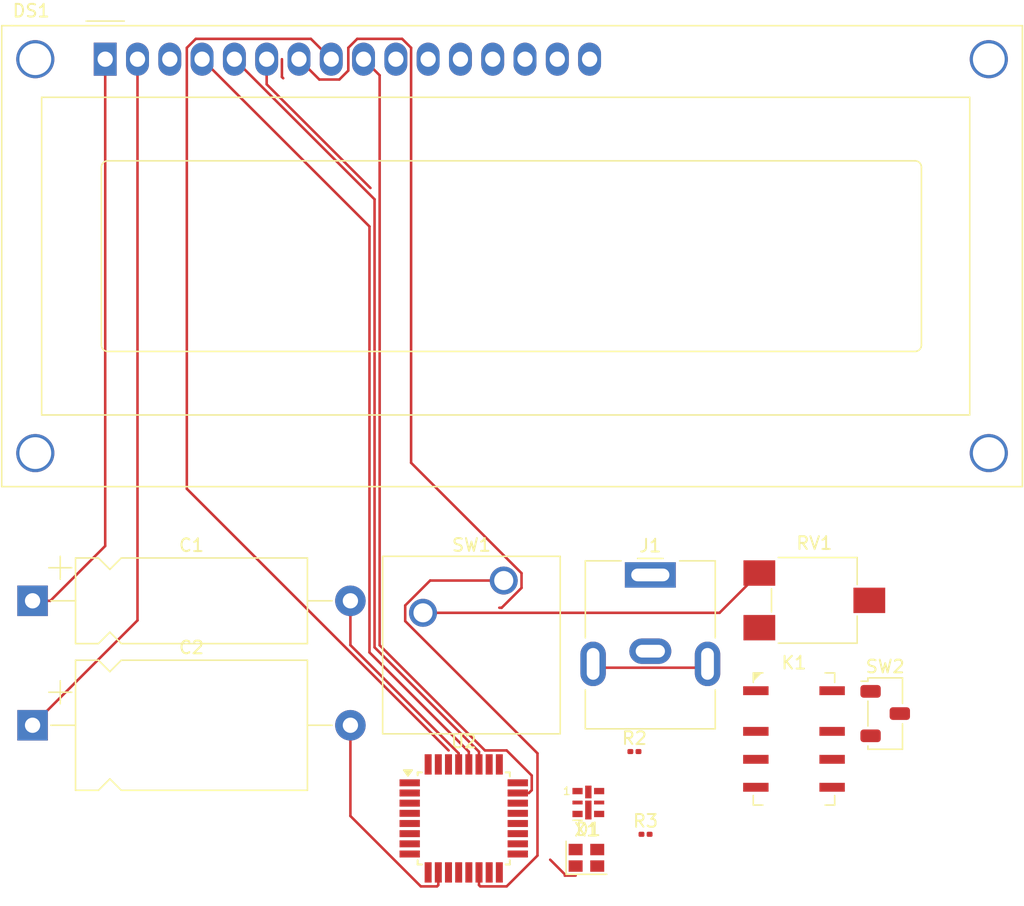
<source format=kicad_pcb>
(kicad_pcb (version 20240108) (generator "pcbnew") (generator_version "8.0")
  (layers (0 "F.Cu" signal) (31 "B.Cu" signal) (34 "B.Paste" user) (35 "F.Paste" user) (36 "B.SilkS" user "B.Silkscreen") (37 "F.SilkS" user "F.Silkscreen") (38 "B.Mask" user) (39 "F.Mask" user) (44 "Edge.Cuts" user))
  (net 0 "")
  (net 1 "Net-(U2-PD5)")
  (net 2 "Net-(D1-K)")
  (net 3 "Net-(U2-PD6)")
  (net 4 "Net-(DS1-VDD)")
  (net 5 "Net-(D1-A)")
  (net 6 "Net-(DS1-RS)")
  (net 12 "Net-(DS1-E)")
  (net 13 "Net-(DS1-D1)")
  (net 14 "Net-(DS1-R{slash}W)")
  (net 16 "Net-(DS1-D0)")
  (net 17 "Net-(DS1-D2)")
  (net 20 "Net-(K1-Pad11)")
  (net 21 "Net-(R3-Pad2)")
  (net 23 "Net-(SW1-B)")
  (net 24 "Net-(U2-PB3)")
  (net 33 "Net-(U1-TRIG)")
  (footprint "Connector_BarrelJack:BarrelJack_CUI_PJ-063AH_Horizontal" (layer "F.Cu") (at 175.37552 93.5893)
    (property "Reference" "J1" (at 0 -2.3 0) (layer "F.SilkS"))
    (property "Value" "Jack-DC")
    (fp_line (start -5.11 -1.11) (end -2.3 -1.11) (stroke (width 0.12)) (layer "F.SilkS"))
    (fp_line (start -5.11 4.95) (end -5.11 -1.11) (stroke (width 0.12)) (layer "F.SilkS"))
    (fp_line (start -5.11 12.11) (end -5.11 9.05) (stroke (width 0.12)) (layer "F.SilkS"))
    (fp_line (start -1 -1.3) (end 1 -1.3) (stroke (width 0.12)) (layer "F.SilkS"))
    (fp_line (start 2.3 -1.11) (end 5.11 -1.11) (stroke (width 0.12)) (layer "F.SilkS"))
    (fp_line (start 5.11 -1.11) (end 5.11 4.95) (stroke (width 0.12)) (layer "F.SilkS"))
    (fp_line (start 5.11 9.05) (end 5.11 12.11) (stroke (width 0.12)) (layer "F.SilkS"))
    (fp_line (start 5.11 12.11) (end -5.11 12.11) (stroke (width 0.12)) (layer "F.SilkS"))
    (pad "" np_thru_hole circle (at 0 9) (size 1.6 1.6) (drill 1.6) (layers "*.Cu" "*.Mask"))
    (pad "1" thru_hole rect (at 0 0) (size 4 2) (drill oval 3 1) (layers "*.Cu" "*.Mask") (net 4 "Net-(DS1-VDD)"))
    (pad "2" thru_hole oval (at 0 6) (size 3.3 2) (drill oval 2.3 1) (layers "*.Cu" "*.Mask") (net 4 "Net-(DS1-VDD)"))
    (pad "MP" thru_hole oval (at -4.5 7) (size 2 3.5) (drill oval 1 2.5) (layers "*.Cu" "*.Mask"))
    (pad "MP" thru_hole oval (at 4.5 7) (size 2 3.5) (drill oval 1 2.5) (layers "*.Cu" "*.Mask"))
  )
  (footprint "Button_Switch_SMD:Nidec_Copal_CAS-120A" (layer "F.Cu") (at 193.85 104.5)
    (property "Reference" "SW2" (at 0 -3.7 0) (layer "F.SilkS"))
    (property "Value" "SW_Push")
    (fp_line (start -1.36 -2.81) (end 1.36 -2.81) (stroke (width 0.12)) (layer "F.SilkS"))
    (fp_line (start -1.36 -2.55) (end -1.9 -2.55) (stroke (width 0.12)) (layer "F.SilkS"))
    (fp_line (start -1.36 -2.55) (end -1.36 -2.8) (stroke (width 0.12)) (layer "F.SilkS"))
    (fp_line (start -1.36 -0.98) (end -1.36 0.98) (stroke (width 0.12)) (layer "F.SilkS"))
    (fp_line (start -1.36 2.81) (end -1.36 2.55) (stroke (width 0.12)) (layer "F.SilkS"))
    (fp_line (start 1.35 2.81) (end -1.35 2.81) (stroke (width 0.12)) (layer "F.SilkS"))
    (fp_line (start 1.36 -2.81) (end 1.36 -0.8) (stroke (width 0.12)) (layer "F.SilkS"))
    (fp_line (start 1.36 0.8) (end 1.36 2.81) (stroke (width 0.12)) (layer "F.SilkS"))
    (pad "1" smd roundrect (at -1.15 -1.75 270) (size 1 1.6) (layers "F.Cu" "F.Paste" "F.Mask") (net 2 "Net-(D1-K)"))
    (pad "2" smd roundrect (at 1.15 0 270) (size 1 1.6) (layers "F.Cu" "F.Paste" "F.Mask") (net 21 "Net-(R3-Pad2)"))
    (pad "3" smd roundrect (at -1.15 1.75 270) (size 1 1.6) (layers "F.Cu" "F.Paste" "F.Mask"))
  )
  (footprint "Oscillator:Oscillator_SMD_SeikoEpson_SG210-4Pin_2.5x2.0mm" (layer "F.Cu") (at 170.35 115.85)
    (property "Reference" "X1" (at 0 -2.2 0) (layer "F.SilkS"))
    (property "Value" "SG-211")
    (fp_line (start -1.6 -1.3) (end -1.6 1.3) (stroke (width 0.12)) (layer "F.SilkS"))
    (fp_line (start -1.6 1.3) (end 1.6 1.3) (stroke (width 0.12)) (layer "F.SilkS"))
    (pad "1" smd rect (at -0.85 0.65) (size 1.1 0.9) (layers "F.Cu" "F.Paste" "F.Mask"))
    (pad "2" smd rect (at 0.85 0.65) (size 1.1 0.9) (layers "F.Cu" "F.Paste" "F.Mask") (net 3 "Net-(U2-PD6)"))
    (pad "3" smd rect (at 0.85 -0.65) (size 1.1 0.9) (layers "F.Cu" "F.Paste" "F.Mask"))
    (pad "4" smd rect (at -0.85 -0.65) (size 1.1 0.9) (layers "F.Cu" "F.Paste" "F.Mask") (net 1 "Net-(U2-PD5)"))
  )
  (footprint "Resistor_SMD:R_0201_0603Metric" (layer "F.Cu") (at 174.12552 107.4893)
    (property "Reference" "R2" (at 0 -1.05 0) (layer "F.SilkS"))
    (property "Value" "R")
    (pad "1" smd roundrect (at -0.32 0) (size 0.46 0.4) (layers "F.Cu" "F.Mask") (net 5 "Net-(D1-A)"))
    (pad "2" smd roundrect (at 0.32 0) (size 0.46 0.4) (layers "F.Cu" "F.Mask") (net 20 "Net-(K1-Pad11)"))
  )
  (footprint "Button_Switch_Keyboard:SW_Cherry_MX_1.00u_PCB" (layer "F.Cu") (at 163.84552 94.0293)
    (property "Reference" "SW1" (at -2.54 -2.794 0) (layer "F.SilkS"))
    (property "Value" "SW_SPDT_312")
    (fp_line (start -9.525 -1.905) (end 4.445 -1.905) (stroke (width 0.12)) (layer "F.SilkS"))
    (fp_line (start -9.525 12.065) (end -9.525 -1.905) (stroke (width 0.12)) (layer "F.SilkS"))
    (fp_line (start 4.445 -1.905) (end 4.445 12.065) (stroke (width 0.12)) (layer "F.SilkS"))
    (fp_line (start 4.445 12.065) (end -9.525 12.065) (stroke (width 0.12)) (layer "F.SilkS"))
    (pad "" np_thru_hole circle (at -7.62 5.08) (size 1.7 1.7) (drill 1.7) (layers "*.Cu" "*.Mask"))
    (pad "" np_thru_hole circle (at -2.54 5.08) (size 4 4) (drill 4) (layers "*.Cu" "*.Mask"))
    (pad "" np_thru_hole circle (at 2.54 5.08) (size 1.7 1.7) (drill 1.7) (layers "*.Cu" "*.Mask"))
    (pad "1" thru_hole circle (at 0 0) (size 2.2 2.2) (drill 1.5) (layers "*.Cu" "*.Mask") (net 23 "Net-(SW1-B)"))
    (pad "2" thru_hole circle (at -6.35 2.54) (size 2.2 2.2) (drill 1.5) (layers "*.Cu" "*.Mask") (net 2 "Net-(D1-K)"))
  )
  (footprint "Capacitor_THT:CP_Axial_L18.0mm_D10.0mm_P25.00mm_Horizontal" (layer "F.Cu") (at 126.78552 105.4193)
    (property "Reference" "C2" (at 12.5 -6.12 0) (layer "F.SilkS"))
    (property "Value" "22pF")
    (fp_line (start 1.28 -2.6) (end 3.08 -2.6) (stroke (width 0.12)) (layer "F.SilkS"))
    (fp_line (start 1.44 0) (end 3.38 0) (stroke (width 0.12)) (layer "F.SilkS"))
    (fp_line (start 2.18 -3.5) (end 2.18 -1.7) (stroke (width 0.12)) (layer "F.SilkS"))
    (fp_line (start 3.38 -5.12) (end 3.38 5.12) (stroke (width 0.12)) (layer "F.SilkS"))
    (fp_line (start 3.38 -5.12) (end 5.18 -5.12) (stroke (width 0.12)) (layer "F.SilkS"))
    (fp_line (start 3.38 5.12) (end 5.18 5.12) (stroke (width 0.12)) (layer "F.SilkS"))
    (fp_line (start 5.18 -5.12) (end 6.08 -4.22) (stroke (width 0.12)) (layer "F.SilkS"))
    (fp_line (start 5.18 5.12) (end 6.08 4.22) (stroke (width 0.12)) (layer "F.SilkS"))
    (fp_line (start 6.08 -4.22) (end 6.98 -5.12) (stroke (width 0.12)) (layer "F.SilkS"))
    (fp_line (start 6.08 4.22) (end 6.98 5.12) (stroke (width 0.12)) (layer "F.SilkS"))
    (fp_line (start 6.98 -5.12) (end 21.62 -5.12) (stroke (width 0.12)) (layer "F.SilkS"))
    (fp_line (start 6.98 5.12) (end 21.62 5.12) (stroke (width 0.12)) (layer "F.SilkS"))
    (fp_line (start 21.62 -5.12) (end 21.62 5.12) (stroke (width 0.12)) (layer "F.SilkS"))
    (fp_line (start 23.56 0) (end 21.62 0) (stroke (width 0.12)) (layer "F.SilkS"))
    (pad "1" thru_hole rect (at 0 0) (size 2.4 2.4) (drill 1.2) (layers "*.Cu" "*.Mask") (net 4 "Net-(DS1-VDD)"))
    (pad "2" thru_hole oval (at 25 0) (size 2.4 2.4) (drill 1.2) (layers "*.Cu" "*.Mask") (net 3 "Net-(U2-PD6)"))
  )
  (footprint "LED_SMD:LED-APA102-2020" (layer "F.Cu") (at 170.5 111.5)
    (property "Reference" "D1" (at 0 2.11 0) (layer "F.SilkS"))
    (property "Value" "LED")
    (fp_line (start -1.2 1.4) (end -0.5 1.4) (stroke (width 0.12)) (layer "F.SilkS"))
    (fp_text user "1" (at -1.7 -0.9 0) (layer "F.SilkS") (effects (font (size 0.6 0.6) (thickness 0.1))))
    (pad "1" smd rect (at -0.85 -0.9) (size 0.8 0.5) (layers "F.Cu" "F.Paste" "F.Mask") (net 2 "Net-(D1-K)"))
    (pad "1" smd rect (at 0 -0.83 90) (size 1 0.5) (layers "F.Cu" "F.Paste" "F.Mask") (net 2 "Net-(D1-K)"))
    (pad "2" smd rect (at -0.85 0) (size 0.8 0.3) (layers "F.Cu" "F.Paste" "F.Mask") (net 5 "Net-(D1-A)"))
    (pad "3" smd rect (at -0.85 0.9) (size 0.8 0.5) (layers "F.Cu" "F.Paste" "F.Mask"))
    (pad "4" smd rect (at 0.85 0.9) (size 0.8 0.5) (layers "F.Cu" "F.Paste" "F.Mask"))
    (pad "5" smd rect (at 0.85 0) (size 0.8 0.3) (layers "F.Cu" "F.Paste" "F.Mask"))
    (pad "6" smd rect (at 0 0.59 90) (size 1.48 0.5) (layers "F.Cu" "F.Paste" "F.Mask"))
    (pad "6" smd rect (at 0.85 -0.9) (size 0.8 0.5) (layers "F.Cu" "F.Paste" "F.Mask"))
  )
  (footprint "Resistor_SMD:R_0201_0603Metric" (layer "F.Cu") (at 175 114)
    (property "Reference" "R3" (at 0 -1.05 0) (layer "F.SilkS"))
    (property "Value" "10K")
    (pad "1" smd roundrect (at -0.32 0) (size 0.46 0.4) (layers "F.Cu" "F.Mask") (net 1 "Net-(U2-PD5)"))
    (pad "2" smd roundrect (at 0.32 0) (size 0.46 0.4) (layers "F.Cu" "F.Mask") (net 21 "Net-(R3-Pad2)"))
  )
  (footprint "Capacitor_THT:CP_Axial_L18.0mm_D6.5mm_P25.00mm_Horizontal" (layer "F.Cu") (at 126.78552 95.6243)
    (property "Reference" "C1" (at 12.5 -4.37 0) (layer "F.SilkS"))
    (property "Value" "22pF")
    (fp_line (start 1.28 -2.6) (end 3.08 -2.6) (stroke (width 0.12)) (layer "F.SilkS"))
    (fp_line (start 1.44 0) (end 3.38 0) (stroke (width 0.12)) (layer "F.SilkS"))
    (fp_line (start 2.18 -3.5) (end 2.18 -1.7) (stroke (width 0.12)) (layer "F.SilkS"))
    (fp_line (start 3.38 -3.37) (end 3.38 3.37) (stroke (width 0.12)) (layer "F.SilkS"))
    (fp_line (start 3.38 -3.37) (end 5.18 -3.37) (stroke (width 0.12)) (layer "F.SilkS"))
    (fp_line (start 3.38 3.37) (end 5.18 3.37) (stroke (width 0.12)) (layer "F.SilkS"))
    (fp_line (start 5.18 -3.37) (end 6.08 -2.47) (stroke (width 0.12)) (layer "F.SilkS"))
    (fp_line (start 5.18 3.37) (end 6.08 2.47) (stroke (width 0.12)) (layer "F.SilkS"))
    (fp_line (start 6.08 -2.47) (end 6.98 -3.37) (stroke (width 0.12)) (layer "F.SilkS"))
    (fp_line (start 6.08 2.47) (end 6.98 3.37) (stroke (width 0.12)) (layer "F.SilkS"))
    (fp_line (start 6.98 -3.37) (end 21.62 -3.37) (stroke (width 0.12)) (layer "F.SilkS"))
    (fp_line (start 6.98 3.37) (end 21.62 3.37) (stroke (width 0.12)) (layer "F.SilkS"))
    (fp_line (start 21.62 -3.37) (end 21.62 3.37) (stroke (width 0.12)) (layer "F.SilkS"))
    (fp_line (start 23.56 0) (end 21.62 0) (stroke (width 0.12)) (layer "F.SilkS"))
    (pad "1" thru_hole rect (at 0 0) (size 2.4 2.4) (drill 1.2) (layers "*.Cu" "*.Mask") (net 2 "Net-(D1-K)"))
    (pad "2" thru_hole oval (at 25 0) (size 2.4 2.4) (drill 1.2) (layers "*.Cu" "*.Mask") (net 1 "Net-(U2-PD5)"))
  )
  (footprint "Display:WC1602A" (layer "F.Cu") (at 132.4991 53)
    (property "Reference" "DS1" (at -5.82 -3.81 0) (layer "F.SilkS"))
    (property "Value" "WC1602A")
    (fp_line (start -8.14 -2.64) (end -8.14 33.64) (stroke (width 0.12)) (layer "F.SilkS"))
    (fp_line (start -8.14 33.64) (end 72.14 33.64) (stroke (width 0.12)) (layer "F.SilkS"))
    (fp_line (start -8.13 -2.64) (end -7.34 -2.64) (stroke (width 0.12)) (layer "F.SilkS"))
    (fp_line (start -5 3) (end 68 3) (stroke (width 0.12)) (layer "F.SilkS"))
    (fp_line (start -5 28) (end -5 3) (stroke (width 0.12)) (layer "F.SilkS"))
    (fp_line (start -1.5 -3) (end 1.5 -3) (stroke (width 0.12)) (layer "F.SilkS"))
    (fp_line (start -0.29972 22.49932) (end -0.29972 8.5) (stroke (width 0.12)) (layer "F.SilkS"))
    (fp_line (start 0.2 8) (end 63.7 8) (stroke (width 0.12)) (layer "F.SilkS"))
    (fp_line (start 63.70066 23) (end 0.2 23) (stroke (width 0.12)) (layer "F.SilkS"))
    (fp_line (start 64.2 8.5) (end 64.2 22.5) (stroke (width 0.12)) (layer "F.SilkS"))
    (fp_line (start 68 3) (end 68 28) (stroke (width 0.12)) (layer "F.SilkS"))
    (fp_line (start 68 28) (end -5 28) (stroke (width 0.12)) (layer "F.SilkS"))
    (fp_line (start 72.14 -2.64) (end -7.34 -2.64) (stroke (width 0.12)) (layer "F.SilkS"))
    (fp_line (start 72.14 33.64) (end 72.14 -2.64) (stroke (width 0.12)) (layer "F.SilkS"))
    (fp_arc (start -0.29972 8.49884) (mid -0.153162 8.145018) (end 0.20066 7.99846) (stroke (width 0.12)) (layer "F.SilkS"))
    (fp_arc (start 0.20066 22.9997) (mid -0.153162 22.853142) (end -0.29972 22.49932) (stroke (width 0.12)) (layer "F.SilkS"))
    (fp_arc (start 63.7 8) (mid 64.053553 8.146447) (end 64.2 8.5) (stroke (width 0.12)) (layer "F.SilkS"))
    (fp_arc (start 64.20104 22.49932) (mid 64.054473 22.853115) (end 63.70066 22.9997) (stroke (width 0.12)) (layer "F.SilkS"))
    (pad "" thru_hole circle (at -5.4991 0) (size 3 3) (drill 2.5) (layers "*.Cu" "*.Mask"))
    (pad "" thru_hole circle (at -5.4991 31.0007) (size 3 3) (drill 2.5) (layers "*.Cu" "*.Mask"))
    (pad "" thru_hole circle (at 69.49948 31.0007) (size 3 3) (drill 2.5) (layers "*.Cu" "*.Mask"))
    (pad "" thru_hole circle (at 69.5 0) (size 3 3) (drill 2.5) (layers "*.Cu" "*.Mask"))
    (pad "1" thru_hole rect (at 0 0) (size 1.8 2.6) (drill 1.2) (layers "*.Cu" "*.Mask") (net 2 "Net-(D1-K)"))
    (pad "2" thru_hole oval (at 2.54 0) (size 1.8 2.6) (drill 1.2) (layers "*.Cu" "*.Mask") (net 4 "Net-(DS1-VDD)"))
    (pad "3" thru_hole oval (at 5.08 0) (size 1.8 2.6) (drill 1.2) (layers "*.Cu" "*.Mask"))
    (pad "4" thru_hole oval (at 7.62 0) (size 1.8 2.6) (drill 1.2) (layers "*.Cu" "*.Mask") (net 6 "Net-(DS1-RS)"))
    (pad "5" thru_hole oval (at 10.16 0) (size 1.8 2.6) (drill 1.2) (layers "*.Cu" "*.Mask") (net 14 "Net-(DS1-R{slash}W)"))
    (pad "6" thru_hole oval (at 12.7 0) (size 1.8 2.6) (drill 1.2) (layers "*.Cu" "*.Mask") (net 12 "Net-(DS1-E)"))
    (pad "7" thru_hole oval (at 15.24 0) (size 1.8 2.6) (drill 1.2) (layers "*.Cu" "*.Mask") (net 16 "Net-(DS1-D0)"))
    (pad "8" thru_hole oval (at 17.78 0) (size 1.8 2.6) (drill 1.2) (layers "*.Cu" "*.Mask") (net 13 "Net-(DS1-D1)"))
    (pad "9" thru_hole oval (at 20.32 0) (size 1.8 2.6) (drill 1.2) (layers "*.Cu" "*.Mask") (net 17 "Net-(DS1-D2)"))
    (pad "10" thru_hole oval (at 22.86 0) (size 1.8 2.6) (drill 1.2) (layers "*.Cu" "*.Mask"))
    (pad "11" thru_hole oval (at 25.4 0) (size 1.8 2.6) (drill 1.2) (layers "*.Cu" "*.Mask"))
    (pad "12" thru_hole oval (at 27.94 0) (size 1.8 2.6) (drill 1.2) (layers "*.Cu" "*.Mask"))
    (pad "13" thru_hole oval (at 30.48 0) (size 1.8 2.6) (drill 1.2) (layers "*.Cu" "*.Mask"))
    (pad "14" thru_hole oval (at 33.02 0) (size 1.8 2.6) (drill 1.2) (layers "*.Cu" "*.Mask"))
    (pad "15" thru_hole oval (at 35.56 0) (size 1.8 2.6) (drill 1.2) (layers "*.Cu" "*.Mask"))
    (pad "16" thru_hole oval (at 38.1 0) (size 1.8 2.6) (drill 1.2) (layers "*.Cu" "*.Mask"))
  )
  (footprint "Package_QFP:TQFP-32_7x7mm_P0.8mm" (layer "F.Cu") (at 160.7 112.75)
    (property "Reference" "U2" (at 0 -6.05 0) (layer "F.SilkS"))
    (property "Value" "ATmega328-A")
    (fp_line (start -3.625 -3.625) (end -3.625 -3.4) (stroke (width 0.15)) (layer "F.SilkS"))
    (fp_line (start -3.625 -3.625) (end -3.3 -3.625) (stroke (width 0.15)) (layer "F.SilkS"))
    (fp_line (start -3.625 3.625) (end -3.625 3.3) (stroke (width 0.15)) (layer "F.SilkS"))
    (fp_line (start -3.625 3.625) (end -3.3 3.625) (stroke (width 0.15)) (layer "F.SilkS"))
    (fp_line (start 3.625 -3.625) (end 3.3 -3.625) (stroke (width 0.15)) (layer "F.SilkS"))
    (fp_line (start 3.625 -3.625) (end 3.625 -3.3) (stroke (width 0.15)) (layer "F.SilkS"))
    (fp_line (start 3.625 3.625) (end 3.3 3.625) (stroke (width 0.15)) (layer "F.SilkS"))
    (fp_line (start 3.625 3.625) (end 3.625 3.3) (stroke (width 0.15)) (layer "F.SilkS"))
    (fp_poly (pts (xy -4.39 -3.34) (xy -4.73 -3.81) (xy -4.05 -3.81) (xy -4.39 -3.34)) (stroke (width 0.12)) (fill solid) (layer "F.SilkS"))
    (pad "1" smd rect (at -4.25 -2.8) (size 1.6 0.55) (layers "F.Cu" "F.Paste" "F.Mask"))
    (pad "2" smd rect (at -4.25 -2) (size 1.6 0.55) (layers "F.Cu" "F.Paste" "F.Mask"))
    (pad "3" smd rect (at -4.25 -1.2) (size 1.6 0.55) (layers "F.Cu" "F.Paste" "F.Mask") (net 2 "Net-(D1-K)"))
    (pad "4" smd rect (at -4.25 -0.4) (size 1.6 0.55) (layers "F.Cu" "F.Paste" "F.Mask") (net 4 "Net-(DS1-VDD)"))
    (pad "5" smd rect (at -4.25 0.4) (size 1.6 0.55) (layers "F.Cu" "F.Paste" "F.Mask") (net 2 "Net-(D1-K)"))
    (pad "6" smd rect (at -4.25 1.2) (size 1.6 0.55) (layers "F.Cu" "F.Paste" "F.Mask") (net 4 "Net-(DS1-VDD)"))
    (pad "7" smd rect (at -4.25 2) (size 1.6 0.55) (layers "F.Cu" "F.Paste" "F.Mask") (net 23 "Net-(SW1-B)"))
    (pad "8" smd rect (at -4.25 2.8) (size 1.6 0.55) (layers "F.Cu" "F.Paste" "F.Mask") (net 33 "Net-(U1-TRIG)"))
    (pad "9" smd rect (at -2.8 4.25 90) (size 1.6 0.55) (layers "F.Cu" "F.Paste" "F.Mask") (net 1 "Net-(U2-PD5)"))
    (pad "10" smd rect (at -2 4.25 90) (size 1.6 0.55) (layers "F.Cu" "F.Paste" "F.Mask") (net 3 "Net-(U2-PD6)"))
    (pad "11" smd rect (at -1.2 4.25 90) (size 1.6 0.55) (layers "F.Cu" "F.Paste" "F.Mask"))
    (pad "12" smd rect (at -0.4 4.25 90) (size 1.6 0.55) (layers "F.Cu" "F.Paste" "F.Mask"))
    (pad "13" smd rect (at 0.4 4.25 90) (size 1.6 0.55) (layers "F.Cu" "F.Paste" "F.Mask"))
    (pad "14" smd rect (at 1.2 4.25 90) (size 1.6 0.55) (layers "F.Cu" "F.Paste" "F.Mask") (net 23 "Net-(SW1-B)"))
    (pad "15" smd rect (at 2 4.25 90) (size 1.6 0.55) (layers "F.Cu" "F.Paste" "F.Mask") (net 24 "Net-(U2-PB3)"))
    (pad "16" smd rect (at 2.8 4.25 90) (size 1.6 0.55) (layers "F.Cu" "F.Paste" "F.Mask"))
    (pad "17" smd rect (at 4.25 2.8) (size 1.6 0.55) (layers "F.Cu" "F.Paste" "F.Mask"))
    (pad "18" smd rect (at 4.25 2) (size 1.6 0.55) (layers "F.Cu" "F.Paste" "F.Mask") (net 4 "Net-(DS1-VDD)"))
    (pad "19" smd rect (at 4.25 1.2) (size 1.6 0.55) (layers "F.Cu" "F.Paste" "F.Mask"))
    (pad "20" smd rect (at 4.25 0.4) (size 1.6 0.55) (layers "F.Cu" "F.Paste" "F.Mask"))
    (pad "21" smd rect (at 4.25 -0.4) (size 1.6 0.55) (layers "F.Cu" "F.Paste" "F.Mask") (net 2 "Net-(D1-K)"))
    (pad "22" smd rect (at 4.25 -1.2) (size 1.6 0.55) (layers "F.Cu" "F.Paste" "F.Mask"))
    (pad "23" smd rect (at 4.25 -2) (size 1.6 0.55) (layers "F.Cu" "F.Paste" "F.Mask") (net 17 "Net-(DS1-D2)"))
    (pad "24" smd rect (at 4.25 -2.8) (size 1.6 0.55) (layers "F.Cu" "F.Paste" "F.Mask") (net 13 "Net-(DS1-D1)"))
    (pad "25" smd rect (at 2.8 -4.25 90) (size 1.6 0.55) (layers "F.Cu" "F.Paste" "F.Mask") (net 16 "Net-(DS1-D0)"))
    (pad "26" smd rect (at 2 -4.25 90) (size 1.6 0.55) (layers "F.Cu" "F.Paste" "F.Mask") (net 12 "Net-(DS1-E)"))
    (pad "27" smd rect (at 1.2 -4.25 90) (size 1.6 0.55) (layers "F.Cu" "F.Paste" "F.Mask") (net 14 "Net-(DS1-R{slash}W)"))
    (pad "28" smd rect (at 0.4 -4.25 90) (size 1.6 0.55) (layers "F.Cu" "F.Paste" "F.Mask") (net 6 "Net-(DS1-RS)"))
    (pad "29" smd rect (at -0.4 -4.25 90) (size 1.6 0.55) (layers "F.Cu" "F.Paste" "F.Mask") (net 1 "Net-(U2-PD5)"))
    (pad "30" smd rect (at -1.2 -4.25 90) (size 1.6 0.55) (layers "F.Cu" "F.Paste" "F.Mask"))
    (pad "31" smd rect (at -2 -4.25 90) (size 1.6 0.55) (layers "F.Cu" "F.Paste" "F.Mask"))
    (pad "32" smd rect (at -2.8 -4.25 90) (size 1.6 0.55) (layers "F.Cu" "F.Paste" "F.Mask"))
  )
  (footprint "Potentiometer_SMD:Potentiometer_ACP_CA6-VSMD_Vertical" (layer "F.Cu") (at 188.27552 95.5893)
    (property "Reference" "RV1" (at 0 -4.5 0) (layer "F.SilkS"))
    (property "Value" "R_Potentiometer")
    (fp_line (start -3.37 -0.909) (end -3.37 0.91) (stroke (width 0.12)) (layer "F.SilkS"))
    (fp_line (start -2.834 -3.371) (end 3.37 -3.371) (stroke (width 0.12)) (layer "F.SilkS"))
    (fp_line (start -2.834 3.37) (end 3.37 3.37) (stroke (width 0.12)) (layer "F.SilkS"))
    (fp_line (start 3.37 -3.371) (end 3.37 -1.24) (stroke (width 0.12)) (layer "F.SilkS"))
    (fp_line (start 3.37 1.24) (end 3.37 3.37) (stroke (width 0.12)) (layer "F.SilkS"))
    (pad "1" smd rect (at -4.325 2.15) (size 2.5 2) (layers "F.Cu" "F.Paste" "F.Mask") (net 4 "Net-(DS1-VDD)"))
    (pad "2" smd rect (at 4.325 0) (size 2.5 2) (layers "F.Cu" "F.Paste" "F.Mask"))
    (pad "3" smd rect (at -4.325 -2.15) (size 2.5 2) (layers "F.Cu" "F.Paste" "F.Mask") (net 2 "Net-(D1-K)"))
  )
  (footprint "Relay_SMD:Relay_2P2T_10x6mm_TE_IMxxG" (layer "F.Cu") (at 186.67552 106.5)
    (property "Reference" "K1" (at 0 -6 0) (layer "F.SilkS"))
    (property "Value" "Relay_DPDT")
    (fp_line (start -3.2 -5.2) (end -3.2 -4.45) (stroke (width 0.12)) (layer "F.SilkS"))
    (fp_line (start -3.2 4.45) (end -3.2 5.2) (stroke (width 0.12)) (layer "F.SilkS"))
    (fp_line (start -3.2 5.2) (end -2.45 5.2) (stroke (width 0.12)) (layer "F.SilkS"))
    (fp_line (start -3.05 -5.2) (end -3.2 -5.05) (stroke (width 0.12)) (layer "F.SilkS"))
    (fp_line (start -2.9 -5.2) (end -3.2 -4.9) (stroke (width 0.12)) (layer "F.SilkS"))
    (fp_line (start -2.75 -5.2) (end -3.2 -4.75) (stroke (width 0.12)) (layer "F.SilkS"))
    (fp_line (start -2.6 -5.2) (end -3.2 -4.6) (stroke (width 0.12)) (layer "F.SilkS"))
    (fp_line (start -2.45 -5.2) (end -3.2 -5.2) (stroke (width 0.12)) (layer "F.SilkS"))
    (fp_line (start 2.45 -5.2) (end 3.2 -5.2) (stroke (width 0.12)) (layer "F.SilkS"))
    (fp_line (start 2.45 5.2) (end 3.2 5.2) (stroke (width 0.12)) (layer "F.SilkS"))
    (fp_line (start 3.2 -5.2) (end 3.2 -4.45) (stroke (width 0.12)) (layer "F.SilkS"))
    (fp_line (start 3.2 4.45) (end 3.2 5.2) (stroke (width 0.12)) (layer "F.SilkS"))
    (pad "1" smd rect (at -3 -3.8) (size 2 0.7) (layers "F.Cu" "F.Paste" "F.Mask"))
    (pad "2" smd rect (at -3 -0.6) (size 2 0.7) (layers "F.Cu" "F.Paste" "F.Mask"))
    (pad "3" smd rect (at -3 1.6) (size 2 0.7) (layers "F.Cu" "F.Paste" "F.Mask"))
    (pad "4" smd rect (at -3 3.8) (size 2 0.7) (layers "F.Cu" "F.Paste" "F.Mask"))
    (pad "5" smd rect (at 3 3.8) (size 2 0.7) (layers "F.Cu" "F.Paste" "F.Mask"))
    (pad "6" smd rect (at 3 1.6) (size 2 0.7) (layers "F.Cu" "F.Paste" "F.Mask"))
    (pad "7" smd rect (at 3 -0.6) (size 2 0.7) (layers "F.Cu" "F.Paste" "F.Mask"))
    (pad "8" smd rect (at 3 -3.8) (size 2 0.7) (layers "F.Cu" "F.Paste" "F.Mask"))
  )
  (segment (start 171.17552 100.8893) (end 179.57552 100.8893) (width 0.2) (layer "F.Cu") (net 0))
  (segment (start 170.87552 100.5893) (end 171.17552 100.8893) (width 0.2) (layer "F.Cu") (net 0))
  (segment (start 168.65 117.25) (end 169.5 117.25) (width 0.2) (layer "F.Cu") (net 0))
  (segment (start 179.57552 100.8893) (end 179.87552 100.5893) (width 0.2) (layer "F.Cu") (net 0))
  (segment (start 167.5 116) (end 168.65 117.15) (width 0.2) (layer "F.Cu") (net 0))
  (segment (start 168.65 117.15) (end 168.65 117.25) (width 0.2) (layer "F.Cu") (net 0))
  (segment (start 146.3991 54.3991) (end 146.3991 53) (width 0.2) (layer "F.Cu") (net 0))
  (segment (start 146.5 54.5) (end 146.3991 54.3991) (width 0.2) (layer "F.Cu") (net 0))
  (segment (start 151.78552 95.6243) (end 151.78552 99.11052) (width 0.2) (layer "F.Cu") (net 1))
  (segment (start 151.78552 99.11052) (end 160.3 107.625) (width 0.2) (layer "F.Cu") (net 1))
  (segment (start 160.3 107.625) (end 160.3 108.5) (width 0.2) (layer "F.Cu") (net 1))
  (segment (start 180.82052 96.5693) (end 183.95052 93.4393) (width 0.2) (layer "F.Cu") (net 2))
  (segment (start 132.4991 91.31072) (end 132.4991 53) (width 0.2) (layer "F.Cu") (net 2))
  (segment (start 128.18552 95.6243) (end 132.4991 91.31072) (width 0.2) (layer "F.Cu") (net 2))
  (segment (start 126.78552 95.6243) (end 128.18552 95.6243) (width 0.2) (layer "F.Cu") (net 2))
  (segment (start 157.49552 96.5693) (end 180.82052 96.5693) (width 0.2) (layer "F.Cu") (net 2))
  (segment (start 157.325 118.1) (end 158.6 118.1) (width 0.2) (layer "F.Cu") (net 3))
  (segment (start 158.6 118.1) (end 158.7 118) (width 0.2) (layer "F.Cu") (net 3))
  (segment (start 151.78552 105.4193) (end 151.78552 112.56052) (width 0.2) (layer "F.Cu") (net 3))
  (segment (start 151.78552 112.56052) (end 157.325 118.1) (width 0.2) (layer "F.Cu") (net 3))
  (segment (start 158.7 118) (end 158.7 117) (width 0.2) (layer "F.Cu") (net 3))
  (segment (start 126.78552 105.4193) (end 135.0391 97.16572) (width 0.2) (layer "F.Cu") (net 4))
  (segment (start 135.0391 97.16572) (end 135.0391 53) (width 0.2) (layer "F.Cu") (net 4))
  (segment (start 153.28552 99.68552) (end 161.1 107.5) (width 0.2) (layer "F.Cu") (net 6))
  (segment (start 153.28552 66.16642) (end 153.28552 99.68552) (width 0.2) (layer "F.Cu") (net 6))
  (segment (start 161.1 107.5) (end 161.1 108.5) (width 0.2) (layer "F.Cu") (net 6))
  (segment (start 140.1191 53) (end 153.28552 66.16642) (width 0.2) (layer "F.Cu") (net 6))
  (segment (start 145.1991 53) (end 145.1991 54.974314) (width 0.2) (layer "F.Cu") (net 12))
  (segment (start 145.1991 54.974314) (end 153.362393 63.137607) (width 0.2) (layer "F.Cu") (net 12))
  (segment (start 138.9191 86.809786) (end 159.509314 107.4) (width 0.2) (layer "F.Cu") (net 13))
  (segment (start 148.6791 51.4) (end 139.622044 51.4) (width 0.2) (layer "F.Cu") (net 13))
  (segment (start 150.2791 53) (end 148.6791 51.4) (width 0.2) (layer "F.Cu") (net 13))
  (segment (start 139.622044 51.4) (end 138.9191 52.102944) (width 0.2) (layer "F.Cu") (net 13))
  (segment (start 138.9191 52.102944) (end 138.9191 86.809786) (width 0.2) (layer "F.Cu") (net 13))
  (segment (start 153.68552 64.02642) (end 153.68552 99.28552) (width 0.2) (layer "F.Cu") (net 14))
  (segment (start 142.6591 53) (end 153.68552 64.02642) (width 0.2) (layer "F.Cu") (net 14))
  (segment (start 161.9 107.5) (end 161.9 108.5) (width 0.2) (layer "F.Cu") (net 14))
  (segment (start 153.68552 99.28552) (end 161.9 107.5) (width 0.2) (layer "F.Cu") (net 14))
  (segment (start 152.322044 51.4) (end 155.856156 51.4) (width 0.2) (layer "F.Cu") (net 16))
  (segment (start 156.5591 84.762981) (end 165.24552 93.449401) (width 0.2) (layer "F.Cu") (net 16))
  (segment (start 151.6191 53.897056) (end 151.6191 52.102944) (width 0.2) (layer "F.Cu") (net 16))
  (segment (start 156.5591 52.102944) (end 156.5591 84.762981) (width 0.2) (layer "F.Cu") (net 16))
  (segment (start 165.24552 93.449401) (end 165.24552 94.609199) (width 0.2) (layer "F.Cu") (net 16))
  (segment (start 151.6191 52.102944) (end 152.322044 51.4) (width 0.2) (layer "F.Cu") (net 16))
  (segment (start 163.685419 96.1693) (end 163.5 96.1693) (width 0.2) (layer "F.Cu") (net 16))
  (segment (start 149.3391 54.6) (end 150.916156 54.6) (width 0.2) (layer "F.Cu") (net 16))
  (segment (start 165.24552 94.609199) (end 163.685419 96.1693) (width 0.2) (layer "F.Cu") (net 16))
  (segment (start 155.856156 51.4) (end 156.5591 52.102944) (width 0.2) (layer "F.Cu") (net 16))
  (segment (start 150.916156 54.6) (end 151.6191 53.897056) (width 0.2) (layer "F.Cu") (net 16))
  (segment (start 147.7391 53) (end 149.3391 54.6) (width 0.2) (layer "F.Cu") (net 16))
  (segment (start 154.08552 54.26642) (end 154.08552 99.119834) (width 0.2) (layer "F.Cu") (net 17))
  (segment (start 166.05 109.375) (end 166.05 110.525) (width 0.2) (layer "F.Cu") (net 17))
  (segment (start 162.365686 107.4) (end 164.075 107.4) (width 0.2) (layer "F.Cu") (net 17))
  (segment (start 164.075 107.4) (end 166.05 109.375) (width 0.2) (layer "F.Cu") (net 17))
  (segment (start 166.05 110.525) (end 165.825 110.75) (width 0.2) (layer "F.Cu") (net 17))
  (segment (start 154.08552 99.119834) (end 162.365686 107.4) (width 0.2) (layer "F.Cu") (net 17))
  (segment (start 165.825 110.75) (end 164.95 110.75) (width 0.2) (layer "F.Cu") (net 17))
  (segment (start 152.8191 53) (end 154.08552 54.26642) (width 0.2) (layer "F.Cu") (net 17))
  (segment (start 158.055621 94.0293) (end 156.09552 95.989401) (width 0.2) (layer "F.Cu") (net 23))
  (segment (start 161.9 118) (end 161.9 117) (width 0.2) (layer "F.Cu") (net 23))
  (segment (start 164.075 118.1) (end 162 118.1) (width 0.2) (layer "F.Cu") (net 23))
  (segment (start 166.5 107.627182) (end 166.5 115.675) (width 0.2) (layer "F.Cu") (net 23))
  (segment (start 162 118.1) (end 161.9 118) (width 0.2) (layer "F.Cu") (net 23))
  (segment (start 163.84552 94.0293) (end 158.055621 94.0293) (width 0.2) (layer "F.Cu") (net 23))
  (segment (start 166.5 115.675) (end 164.075 118.1) (width 0.2) (layer "F.Cu") (net 23))
  (segment (start 156.09552 95.989401) (end 156.09552 97.222702) (width 0.2) (layer "F.Cu") (net 23))
  (segment (start 156.09552 97.222702) (end 166.5 107.627182) (width 0.2) (layer "F.Cu") (net 23))
)
</source>
